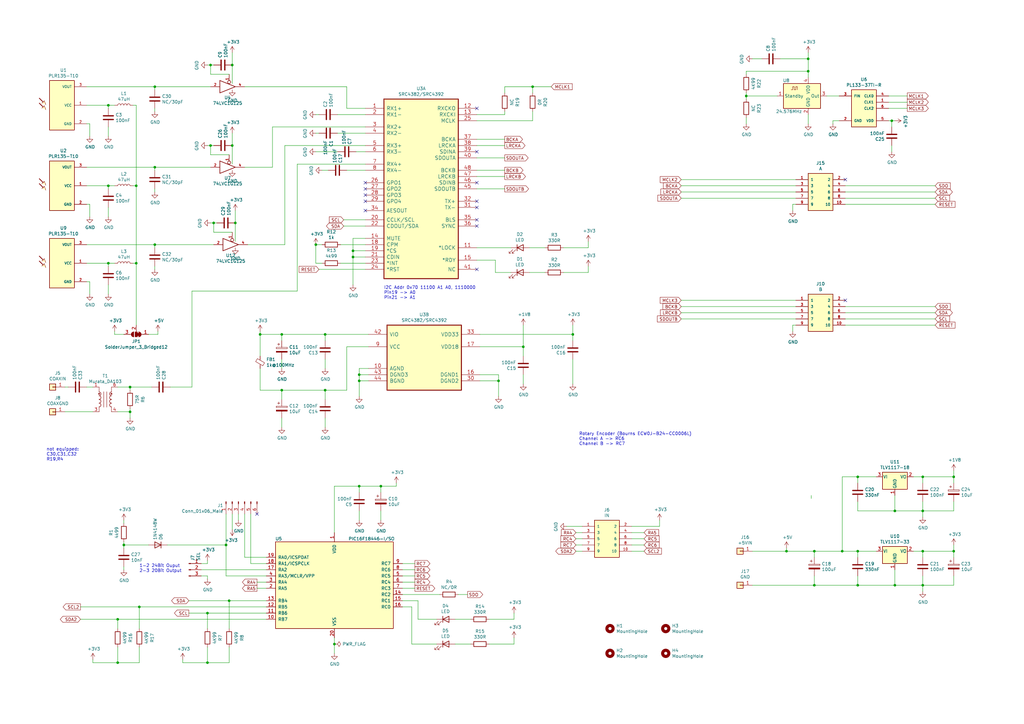
<source format=kicad_sch>
(kicad_sch (version 20211123) (generator eeschema)
  (paper "A3")
  (title_block (title "Async sample rate converter") (date "2021-06-26") (rev "V6"))
  (junction (at 144.78 105.41))
  (junction (at 147.32 156.21))
  (junction (at 48.26 254))
  (junction (at 53.34 168.91))
  (junction (at 92.71 223.52))
  (junction (at 345.44 226.06))
  (junction (at 391.16 226.06))
  (junction (at 306.07 39.37))
  (junction (at 214.63 142.24))
  (junction (at 156.21 199.39))
  (junction (at 367.03 240.03))
  (junction (at 137.16 264.16))
  (junction (at 55.88 76.2))
  (junction (at 44.45 43.18))
  (junction (at 378.46 240.03))
  (junction (at 53.34 158.75))
  (junction (at 63.5 68.58))
  (junction (at 95.25 59.69))
  (junction (at 57.15 248.92))
  (junction (at 218.44 35.56))
  (junction (at 378.46 209.55))
  (junction (at 63.5 35.56))
  (junction (at 144.78 102.87))
  (junction (at 85.09 271.78))
  (junction (at 351.79 226.06))
  (junction (at 378.46 195.58))
  (junction (at 365.76 49.53))
  (junction (at 391.16 195.58))
  (junction (at 55.88 107.95))
  (junction (at 147.32 199.39))
  (junction (at 322.58 226.06))
  (junction (at 351.79 195.58))
  (junction (at 93.98 246.38))
  (junction (at 87.63 91.44))
  (junction (at 133.35 137.16))
  (junction (at 351.79 240.03))
  (junction (at 204.47 156.21))
  (junction (at 85.09 251.46))
  (junction (at 44.45 76.2))
  (junction (at 331.47 29.21))
  (junction (at 115.57 137.16))
  (junction (at 147.32 153.67))
  (junction (at 86.36 26.67))
  (junction (at 96.52 91.44))
  (junction (at 63.5 100.33))
  (junction (at 115.57 160.02))
  (junction (at 86.36 59.69))
  (junction (at 367.03 209.55))
  (junction (at 106.68 137.16))
  (junction (at 133.35 160.02))
  (junction (at 334.01 240.03))
  (junction (at 331.47 24.13))
  (junction (at 234.95 137.16))
  (junction (at 129.54 100.33))
  (junction (at 48.26 271.78))
  (junction (at 334.01 226.06))
  (junction (at 44.45 107.95))
  (junction (at 378.46 226.06))
  (junction (at 95.25 26.67))
  (junction (at 50.8 223.52))
  (no_connect (at 346.71 123.19))
  (no_connect (at 105.41 210.82))
  (no_connect (at 149.86 82.55))
  (no_connect (at 149.86 86.36))
  (no_connect (at 195.58 110.49))
  (no_connect (at 195.58 62.23))
  (no_connect (at 149.86 80.01))
  (no_connect (at 195.58 92.71))
  (no_connect (at 346.71 73.66))
  (no_connect (at 195.58 82.55))
  (no_connect (at 195.58 44.45))
  (no_connect (at 149.86 77.47))
  (no_connect (at 195.58 90.17))
  (no_connect (at 195.58 74.93))
  (no_connect (at 195.58 85.09))
  (no_connect (at 149.86 74.93))
  (wire (pts (xy 109.22 231.14) (xy 102.87 231.14)))
  (wire (pts (xy 130.81 54.61) (xy 129.54 54.61)))
  (wire (pts (xy 346.71 76.2) (xy 383.54 76.2)))
  (wire (pts (xy 367.03 209.55) (xy 351.79 209.55)))
  (wire (pts (xy 346.71 130.81) (xy 383.54 130.81)))
  (wire (pts (xy 46.99 43.18) (xy 44.45 43.18)))
  (wire (pts (xy 165.1 246.38) (xy 171.45 246.38)))
  (wire (pts (xy 50.8 224.79) (xy 50.8 223.52)))
  (wire (pts (xy 35.56 68.58) (xy 63.5 68.58)))
  (wire (pts (xy 147.32 156.21) (xy 147.32 153.67)))
  (wire (pts (xy 232.41 215.9) (xy 238.76 215.9)))
  (wire (pts (xy 195.58 101.6) (xy 209.55 101.6)))
  (wire (pts (xy 279.4 76.2) (xy 326.39 76.2)))
  (wire (pts (xy 63.5 36.83) (xy 63.5 35.56)))
  (wire (pts (xy 351.79 228.6) (xy 351.79 226.06)))
  (wire (pts (xy 279.4 125.73) (xy 326.39 125.73)))
  (wire (pts (xy 44.45 77.47) (xy 44.45 76.2)))
  (wire (pts (xy 270.51 215.9) (xy 270.51 213.36)))
  (wire (pts (xy 364.49 44.45) (xy 372.11 44.45)))
  (wire (pts (xy 236.22 218.44) (xy 238.76 218.44)))
  (wire (pts (xy 139.7 107.95) (xy 149.86 107.95)))
  (wire (pts (xy 351.79 195.58) (xy 359.41 195.58)))
  (wire (pts (xy 149.86 54.61) (xy 138.43 54.61)))
  (wire (pts (xy 93.98 30.48) (xy 86.36 30.48)))
  (wire (pts (xy 74.93 271.78) (xy 85.09 271.78)))
  (wire (pts (xy 133.35 151.13) (xy 133.35 147.32)))
  (wire (pts (xy 378.46 195.58) (xy 374.65 195.58)))
  (wire (pts (xy 86.36 30.48) (xy 86.36 26.67)))
  (wire (pts (xy 259.08 223.52) (xy 264.16 223.52)))
  (wire (pts (xy 87.63 100.33) (xy 63.5 100.33)))
  (wire (pts (xy 378.46 228.6) (xy 378.46 226.06)))
  (wire (pts (xy 264.16 218.44) (xy 259.08 218.44)))
  (wire (pts (xy 111.76 68.58) (xy 111.76 52.07)))
  (wire (pts (xy 142.24 69.85) (xy 149.86 69.85)))
  (wire (pts (xy 33.02 248.92) (xy 57.15 248.92)))
  (wire (pts (xy 170.18 236.22) (xy 165.1 236.22)))
  (wire (pts (xy 351.79 198.12) (xy 351.79 195.58)))
  (wire (pts (xy 53.34 171.45) (xy 53.34 168.91)))
  (wire (pts (xy 234.95 133.35) (xy 234.95 137.16)))
  (wire (pts (xy 218.44 35.56) (xy 207.01 35.56)))
  (wire (pts (xy 133.35 137.16) (xy 115.57 137.16)))
  (wire (pts (xy 149.86 46.99) (xy 138.43 46.99)))
  (wire (pts (xy 142.24 35.56) (xy 142.24 44.45)))
  (wire (pts (xy 378.46 212.09) (xy 378.46 209.55)))
  (wire (pts (xy 134.62 69.85) (xy 132.08 69.85)))
  (wire (pts (xy 64.77 137.16) (xy 64.77 135.89)))
  (wire (pts (xy 204.47 153.67) (xy 204.47 156.21)))
  (wire (pts (xy 48.26 265.43) (xy 48.26 271.78)))
  (wire (pts (xy 168.91 264.16) (xy 168.91 248.92)))
  (wire (pts (xy 133.35 139.7) (xy 133.35 137.16)))
  (wire (pts (xy 95.25 59.69) (xy 95.25 67.31)))
  (wire (pts (xy 391.16 209.55) (xy 391.16 205.74)))
  (wire (pts (xy 86.36 59.69) (xy 86.36 63.5)))
  (wire (pts (xy 85.09 236.22) (xy 82.55 236.22)))
  (wire (pts (xy 156.21 199.39) (xy 156.21 201.93)))
  (wire (pts (xy 63.5 35.56) (xy 86.36 35.56)))
  (wire (pts (xy 48.26 254) (xy 109.22 254)))
  (wire (pts (xy 264.16 226.06) (xy 259.08 226.06)))
  (wire (pts (xy 35.56 76.2) (xy 44.45 76.2)))
  (wire (pts (xy 44.45 120.65) (xy 44.45 116.84)))
  (wire (pts (xy 308.61 226.06) (xy 322.58 226.06)))
  (wire (pts (xy 121.92 67.31) (xy 149.86 67.31)))
  (wire (pts (xy 63.5 100.33) (xy 35.56 100.33)))
  (wire (pts (xy 93.98 63.5) (xy 86.36 63.5)))
  (wire (pts (xy 318.77 39.37) (xy 306.07 39.37)))
  (wire (pts (xy 115.57 137.16) (xy 106.68 137.16)))
  (wire (pts (xy 332.74 204.47) (xy 332.74 203.2)))
  (wire (pts (xy 132.08 100.33) (xy 129.54 100.33)))
  (wire (pts (xy 325.12 83.82) (xy 325.12 86.36)))
  (wire (pts (xy 351.79 209.55) (xy 351.79 205.74)))
  (wire (pts (xy 218.44 49.53) (xy 218.44 45.72)))
  (wire (pts (xy 334.01 226.06) (xy 345.44 226.06)))
  (wire (pts (xy 147.32 162.56) (xy 147.32 156.21)))
  (wire (pts (xy 85.09 271.78) (xy 93.98 271.78)))
  (wire (pts (xy 132.08 107.95) (xy 129.54 107.95)))
  (wire (pts (xy 48.26 257.81) (xy 48.26 254)))
  (wire (pts (xy 92.71 223.52) (xy 92.71 236.22)))
  (wire (pts (xy 133.35 160.02) (xy 133.35 163.83)))
  (wire (pts (xy 331.47 50.8) (xy 331.47 46.99)))
  (wire (pts (xy 364.49 41.91) (xy 372.11 41.91)))
  (wire (pts (xy 334.01 226.06) (xy 334.01 228.6)))
  (wire (pts (xy 331.47 24.13) (xy 331.47 29.21)))
  (wire (pts (xy 106.68 137.16) (xy 106.68 135.89)))
  (wire (pts (xy 35.56 158.75) (xy 38.1 158.75)))
  (wire (pts (xy 346.71 78.74) (xy 383.54 78.74)))
  (wire (pts (xy 207.01 77.47) (xy 195.58 77.47)))
  (wire (pts (xy 346.71 81.28) (xy 383.54 81.28)))
  (wire (pts (xy 129.54 107.95) (xy 129.54 100.33)))
  (wire (pts (xy 378.46 236.22) (xy 378.46 240.03)))
  (wire (pts (xy 378.46 209.55) (xy 391.16 209.55)))
  (wire (pts (xy 63.5 78.74) (xy 63.5 77.47)))
  (wire (pts (xy 187.96 243.84) (xy 191.77 243.84)))
  (wire (pts (xy 50.8 233.68) (xy 50.8 232.41)))
  (wire (pts (xy 100.33 228.6) (xy 100.33 210.82)))
  (wire (pts (xy 115.57 175.26) (xy 115.57 171.45)))
  (wire (pts (xy 63.5 45.72) (xy 63.5 44.45)))
  (wire (pts (xy 207.01 35.56) (xy 207.01 38.1)))
  (wire (pts (xy 351.79 195.58) (xy 345.44 195.58)))
  (wire (pts (xy 214.63 133.35) (xy 214.63 142.24)))
  (wire (pts (xy 130.81 110.49) (xy 149.86 110.49)))
  (wire (pts (xy 139.7 100.33) (xy 149.86 100.33)))
  (wire (pts (xy 142.24 142.24) (xy 142.24 160.02)))
  (wire (pts (xy 151.13 156.21) (xy 147.32 156.21)))
  (wire (pts (xy 339.09 39.37) (xy 344.17 39.37)))
  (wire (pts (xy 133.35 175.26) (xy 133.35 171.45)))
  (wire (pts (xy 236.22 226.06) (xy 238.76 226.06)))
  (wire (pts (xy 27.94 158.75) (xy 26.67 158.75)))
  (wire (pts (xy 147.32 213.36) (xy 147.32 209.55)))
  (wire (pts (xy 214.63 146.05) (xy 214.63 142.24)))
  (wire (pts (xy 147.32 153.67) (xy 151.13 153.67)))
  (wire (pts (xy 50.8 214.63) (xy 50.8 213.36)))
  (wire (pts (xy 26.67 168.91) (xy 38.1 168.91)))
  (wire (pts (xy 200.66 264.16) (xy 210.82 264.16)))
  (wire (pts (xy 346.71 128.27) (xy 383.54 128.27)))
  (wire (pts (xy 279.4 78.74) (xy 326.39 78.74)))
  (wire (pts (xy 165.1 241.3) (xy 170.18 241.3)))
  (wire (pts (xy 129.54 62.23) (xy 138.43 62.23)))
  (wire (pts (xy 391.16 193.04) (xy 391.16 195.58)))
  (wire (pts (xy 231.14 111.76) (xy 241.3 111.76)))
  (wire (pts (xy 115.57 151.13) (xy 115.57 147.32)))
  (wire (pts (xy 85.09 59.69) (xy 86.36 59.69)))
  (wire (pts (xy 378.46 205.74) (xy 378.46 209.55)))
  (wire (pts (xy 92.71 210.82) (xy 92.71 223.52)))
  (wire (pts (xy 55.88 107.95) (xy 55.88 76.2)))
  (wire (pts (xy 36.83 83.82) (xy 35.56 83.82)))
  (wire (pts (xy 63.5 110.49) (xy 63.5 109.22)))
  (wire (pts (xy 365.76 52.07) (xy 365.76 49.53)))
  (wire (pts (xy 149.86 92.71) (xy 140.97 92.71)))
  (wire (pts (xy 116.84 59.69) (xy 149.86 59.69)))
  (wire (pts (xy 74.93 270.51) (xy 74.93 271.78)))
  (wire (pts (xy 203.2 106.68) (xy 195.58 106.68)))
  (wire (pts (xy 105.41 238.76) (xy 109.22 238.76)))
  (wire (pts (xy 279.4 130.81) (xy 326.39 130.81)))
  (wire (pts (xy 207.01 46.99) (xy 195.58 46.99)))
  (wire (pts (xy 170.18 231.14) (xy 165.1 231.14)))
  (wire (pts (xy 55.88 76.2) (xy 55.88 43.18)))
  (wire (pts (xy 391.16 240.03) (xy 391.16 236.22)))
  (wire (pts (xy 334.01 240.03) (xy 334.01 236.22)))
  (wire (pts (xy 63.5 69.85) (xy 63.5 68.58)))
  (wire (pts (xy 111.76 52.07) (xy 149.86 52.07)))
  (wire (pts (xy 142.24 44.45) (xy 149.86 44.45)))
  (wire (pts (xy 378.46 242.57) (xy 378.46 240.03)))
  (wire (pts (xy 95.25 95.25) (xy 87.63 95.25)))
  (wire (pts (xy 115.57 163.83) (xy 115.57 160.02)))
  (wire (pts (xy 351.79 226.06) (xy 359.41 226.06)))
  (wire (pts (xy 186.69 264.16) (xy 193.04 264.16)))
  (wire (pts (xy 95.25 217.17) (xy 95.25 210.82)))
  (wire (pts (xy 63.5 68.58) (xy 86.36 68.58)))
  (wire (pts (xy 86.36 91.44) (xy 87.63 91.44)))
  (wire (pts (xy 209.55 111.76) (xy 203.2 111.76)))
  (wire (pts (xy 306.07 38.1) (xy 306.07 39.37)))
  (wire (pts (xy 241.3 101.6) (xy 241.3 99.06)))
  (wire (pts (xy 44.45 44.45) (xy 44.45 43.18)))
  (wire (pts (xy 46.99 107.95) (xy 44.45 107.95)))
  (wire (pts (xy 144.78 105.41) (xy 144.78 102.87)))
  (wire (pts (xy 306.07 48.26) (xy 306.07 50.8)))
  (wire (pts (xy 85.09 257.81) (xy 85.09 251.46)))
  (wire (pts (xy 87.63 91.44) (xy 88.9 91.44)))
  (wire (pts (xy 151.13 137.16) (xy 133.35 137.16)))
  (wire (pts (xy 236.22 223.52) (xy 238.76 223.52)))
  (wire (pts (xy 378.46 226.06) (xy 374.65 226.06)))
  (wire (pts (xy 133.35 160.02) (xy 142.24 160.02)))
  (wire (pts (xy 162.56 199.39) (xy 156.21 199.39)))
  (wire (pts (xy 170.18 233.68) (xy 165.1 233.68)))
  (wire (pts (xy 378.46 240.03) (xy 391.16 240.03)))
  (wire (pts (xy 44.45 109.22) (xy 44.45 107.95)))
  (wire (pts (xy 200.66 254) (xy 210.82 254)))
  (wire (pts (xy 210.82 254) (xy 210.82 251.46)))
  (wire (pts (xy 204.47 156.21) (xy 196.85 156.21)))
  (wire (pts (xy 149.86 62.23) (xy 146.05 62.23)))
  (wire (pts (xy 115.57 160.02) (xy 106.68 160.02)))
  (wire (pts (xy 210.82 264.16) (xy 210.82 261.62)))
  (wire (pts (xy 93.98 246.38) (xy 109.22 246.38)))
  (wire (pts (xy 326.39 133.35) (xy 325.12 133.35)))
  (wire (pts (xy 186.69 254) (xy 193.04 254)))
  (wire (pts (xy 96.52 86.36) (xy 96.52 91.44)))
  (wire (pts (xy 50.8 137.16) (xy 46.99 137.16)))
  (wire (pts (xy 391.16 195.58) (xy 378.46 195.58)))
  (wire (pts (xy 86.36 26.67) (xy 87.63 26.67)))
  (wire (pts (xy 147.32 199.39) (xy 147.32 201.93)))
  (wire (pts (xy 95.25 54.61) (xy 95.25 59.69)))
  (wire (pts (xy 144.78 116.84) (xy 144.78 105.41)))
  (wire (pts (xy 279.4 128.27) (xy 326.39 128.27)))
  (wire (pts (xy 57.15 271.78) (xy 57.15 265.43)))
  (wire (pts (xy 195.58 59.69) (xy 207.01 59.69)))
  (wire (pts (xy 85.09 236.22) (xy 85.09 237.49)))
  (wire (pts (xy 214.63 142.24) (xy 196.85 142.24)))
  (wire (pts (xy 96.52 91.44) (xy 96.52 99.06)))
  (wire (pts (xy 36.83 115.57) (xy 35.56 115.57)))
  (wire (pts (xy 331.47 24.13) (xy 320.04 24.13)))
  (wire (pts (xy 364.49 39.37) (xy 372.11 39.37)))
  (wire (pts (xy 165.1 243.84) (xy 180.34 243.84)))
  (wire (pts (xy 100.33 68.58) (xy 111.76 68.58)))
  (wire (pts (xy 345.44 226.06) (xy 351.79 226.06)))
  (wire (pts (xy 93.98 271.78) (xy 93.98 265.43)))
  (wire (pts (xy 367.03 209.55) (xy 367.03 203.2)))
  (wire (pts (xy 109.22 233.68) (xy 82.55 233.68)))
  (wire (pts (xy 351.79 240.03) (xy 334.01 240.03)))
  (wire (pts (xy 367.03 49.53) (xy 365.76 49.53)))
  (wire (pts (xy 203.2 111.76) (xy 203.2 106.68)))
  (wire (pts (xy 69.85 158.75) (xy 78.74 158.75)))
  (wire (pts (xy 53.34 158.75) (xy 62.23 158.75)))
  (wire (pts (xy 36.83 88.9) (xy 36.83 83.82)))
  (wire (pts (xy 48.26 158.75) (xy 53.34 158.75)))
  (wire (pts (xy 306.07 29.21) (xy 331.47 29.21)))
  (wire (pts (xy 44.45 55.88) (xy 44.45 52.07)))
  (wire (pts (xy 109.22 248.92) (xy 57.15 248.92)))
  (wire (pts (xy 36.83 50.8) (xy 35.56 50.8)))
  (wire (pts (xy 35.56 35.56) (xy 63.5 35.56)))
  (wire (pts (xy 367.03 240.03) (xy 351.79 240.03)))
  (wire (pts (xy 170.18 238.76) (xy 165.1 238.76)))
  (wire (pts (xy 279.4 123.19) (xy 326.39 123.19)))
  (wire (pts (xy 331.47 24.13) (xy 331.47 21.59)))
  (wire (pts (xy 217.17 111.76) (xy 223.52 111.76)))
  (wire (pts (xy 218.44 38.1) (xy 218.44 35.56)))
  (wire (pts (xy 129.54 46.99) (xy 130.81 46.99)))
  (wire (pts (xy 346.71 125.73) (xy 383.54 125.73)))
  (wire (pts (xy 345.44 195.58) (xy 345.44 226.06)))
  (wire (pts (xy 100.33 35.56) (xy 142.24 35.56)))
  (wire (pts (xy 226.06 35.56) (xy 218.44 35.56)))
  (wire (pts (xy 35.56 107.95) (xy 44.45 107.95)))
  (wire (pts (xy 60.96 137.16) (xy 64.77 137.16)))
  (wire (pts (xy 306.07 30.48) (xy 306.07 29.21)))
  (wire (pts (xy 144.78 102.87) (xy 149.86 102.87)))
  (wire (pts (xy 77.47 246.38) (xy 93.98 246.38)))
  (wire (pts (xy 195.58 57.15) (xy 207.01 57.15)))
  (wire (pts (xy 137.16 199.39) (xy 137.16 218.44)))
  (wire (pts (xy 33.02 254) (xy 48.26 254)))
  (wire (pts (xy 92.71 236.22) (xy 109.22 236.22)))
  (wire (pts (xy 308.61 240.03) (xy 334.01 240.03)))
  (wire (pts (xy 151.13 151.13) (xy 147.32 151.13)))
  (wire (pts (xy 78.74 119.38) (xy 78.74 158.75)))
  (wire (pts (xy 55.88 133.35) (xy 55.88 107.95)))
  (wire (pts (xy 331.47 29.21) (xy 331.47 31.75)))
  (wire (pts (xy 48.26 271.78) (xy 57.15 271.78)))
  (wire (pts (xy 217.17 101.6) (xy 223.52 101.6)))
  (wire (pts (xy 149.86 97.79) (xy 144.78 97.79)))
  (wire (pts (xy 137.16 264.16) (xy 137.16 261.62)))
  (wire (pts (xy 351.79 240.03) (xy 351.79 236.22)))
  (wire (pts (xy 68.58 223.52) (xy 92.71 223.52)))
  (wire (pts (xy 241.3 111.76) (xy 241.3 109.22)))
  (wire (pts (xy 365.76 62.23) (xy 365.76 59.69)))
  (wire (pts (xy 238.76 220.98) (xy 236.22 220.98)))
  (wire (pts (xy 341.63 49.53) (xy 344.17 49.53)))
  (wire (pts (xy 48.26 168.91) (xy 53.34 168.91)))
  (wire (pts (xy 36.83 120.65) (xy 36.83 115.57)))
  (wire (pts (xy 60.96 223.52) (xy 50.8 223.52)))
  (wire (pts (xy 85.09 231.14) (xy 82.55 231.14)))
  (wire (pts (xy 63.5 101.6) (xy 63.5 100.33)))
  (wire (pts (xy 46.99 137.16) (xy 46.99 135.89)))
  (wire (pts (xy 109.22 228.6) (xy 100.33 228.6)))
  (wire (pts (xy 86.36 59.69) (xy 87.63 59.69)))
  (wire (pts (xy 57.15 257.81) (xy 57.15 248.92)))
  (wire (pts (xy 346.71 133.35) (xy 383.54 133.35)))
  (wire (pts (xy 50.8 223.52) (xy 50.8 222.25)))
  (wire (pts (xy 116.84 100.33) (xy 101.6 100.33)))
  (wire (pts (xy 162.56 198.12) (xy 162.56 199.39)))
  (wire (pts (xy 234.95 137.16) (xy 234.95 139.7)))
  (wire (pts (xy 95.25 21.59) (xy 95.25 26.67)))
  (wire (pts (xy 142.24 142.24) (xy 151.13 142.24)))
  (wire (pts (xy 322.58 224.79) (xy 322.58 226.06)))
  (wire (pts (xy 341.63 50.8) (xy 341.63 49.53)))
  (wire (pts (xy 196.85 153.67) (xy 204.47 153.67)))
  (wire (pts (xy 85.09 26.67) (xy 86.36 26.67)))
  (wire (pts (xy 55.88 76.2) (xy 54.61 76.2)))
  (wire (pts (xy 207.01 45.72) (xy 207.01 46.99)))
  (wire (pts (xy 391.16 198.12) (xy 391.16 195.58)))
  (wire (pts (xy 97.79 213.36) (xy 97.79 210.82)))
  (wire (pts (xy 308.61 24.13) (xy 312.42 24.13)))
  (wire (pts (xy 322.58 226.06) (xy 334.01 226.06)))
  (wire (pts (xy 55.88 107.95) (xy 54.61 107.95)))
  (wire (pts (xy 137.16 267.97) (xy 137.16 264.16)))
  (wire (pts (xy 378.46 209.55) (xy 367.03 209.55)))
  (wire (pts (xy 171.45 254) (xy 179.07 254)))
  (wire (pts (xy 121.92 119.38) (xy 78.74 119.38)))
  (wire (pts (xy 106.68 151.13) (xy 106.68 160.02)))
  (wire (pts (xy 115.57 160.02) (xy 133.35 160.02)))
  (wire (pts (xy 121.92 67.31) (xy 121.92 119.38)))
  (wire (pts (xy 279.4 81.28) (xy 326.39 81.28)))
  (wire (pts (xy 168.91 248.92) (xy 165.1 248.92)))
  (wire (pts (xy 391.16 226.06) (xy 378.46 226.06)))
  (wire (pts (xy 147.32 199.39) (xy 137.16 199.39)))
  (wire (pts (xy 367.03 240.03) (xy 367.03 233.68)))
  (wire (pts (xy 195.58 49.53) (xy 218.44 49.53)))
  (wire (pts (xy 264.16 220.98) (xy 259.08 220.98)))
  (wire (pts (xy 87.63 95.25) (xy 87.63 91.44)))
  (wire (pts (xy 391.16 223.52) (xy 391.16 226.06)))
  (wire (pts (xy 365.76 49.53) (xy 364.49 49.53)))
  (wire (pts (xy 149.86 105.41) (xy 144.78 105.41)))
  (wire (pts (xy 53.34 168.91) (xy 53.34 167.64)))
  (wire (pts (xy 214.63 157.48) (xy 214.63 153.67)))
  (wire (pts (xy 54.61 43.18) (xy 55.88 43.18)))
  (wire (pts (xy 234.95 157.48) (xy 234.95 147.32)))
  (wire (pts (xy 207.01 64.77) (xy 195.58 64.77)))
  (wire (pts (xy 36.83 55.88) (xy 36.83 50.8)))
  (wire (pts (xy 391.16 228.6) (xy 391.16 226.06)))
  (wire (pts (xy 195.58 72.39) (xy 207.01 72.39)))
  (wire (pts (xy 325.12 133.35) (xy 325.12 135.89)))
  (wire (pts (xy 77.47 251.46) (xy 85.09 251.46)))
  (wire (pts (xy 53.34 160.02) (xy 53.34 158.75)))
  (wire (pts (xy 85.09 265.43) (xy 85.09 271.78)))
  (wire (pts (xy 102.87 231.14) (xy 102.87 210.82)))
  (wire (pts (xy 147.32 151.13) (xy 147.32 153.67)))
  (wire (pts (xy 105.41 241.3) (xy 109.22 241.3)))
  (wire (pts (xy 116.84 59.69) (xy 116.84 100.33)))
  (wire (pts (xy 95.25 26.67) (xy 95.25 34.29)))
  (wire (pts (xy 259.08 215.9) (xy 270.51 215.9)))
  (wire (pts (xy 85.09 229.87) (xy 85.09 231.14)))
  (wire (pts (xy 346.71 83.82) (xy 383.54 83.82)))
  (wire (pts (xy 378.46 198.12) (xy 378.46 195.58)))
  (wire (pts (xy 195.58 69.85) (xy 207.01 69.85)))
  (wire (pts (xy 38.1 270.51) (xy 38.1 271.78)))
  (wire (pts (xy 171.45 246.38) (xy 171.45 254)))
  (wire (pts (xy 378.46 240.03) (xy 367.03 240.03)))
  (wire (pts (xy 38.1 271.78) (xy 48.26 271.78)))
  (wire (pts (xy 156.21 213.36) (xy 156.21 209.55)))
  (wire (pts (xy 326.39 83.82) (xy 325.12 83.82)))
  (wire (pts (xy 179.07 264.16) (xy 168.91 264.16)))
  (wire (pts (xy 115.57 137.16) (xy 115.57 139.7)))
  (wire (pts (xy 231.14 101.6) (xy 241.3 101.6)))
  (wire (pts (xy 35.56 43.18) (xy 44.45 43.18)))
  (wire (pts (xy 156.21 199.39) (xy 147.32 199.39)))
  (wire (pts (xy 46.99 76.2) (xy 44.45 76.2)))
  (wire (pts (xy 106.68 146.05) (xy 106.68 137.16)))
  (wire (pts (xy 144.78 97.79) (xy 144.78 102.87)))
  (wire (pts (xy 44.45 88.9) (xy 44.45 85.09)))
  (wire (pts (xy 279.4 73.66) (xy 326.39 73.66)))
  (wire (pts (xy 306.07 39.37) (xy 306.07 40.64)))
  (wire (pts (xy 204.47 162.56) (xy 204.47 156.21)))
  (wire (pts (xy 140.97 90.17) (xy 149.86 90.17)))
  (wire (pts (xy 93.98 257.81) (xy 93.98 246.38)))
  (wire (pts (xy 85.09 251.46) (xy 109.22 251.46)))
  (wire (pts (xy 196.85 137.16) (xy 234.95 137.16)))
  (text "I2C Addr 0x70 11100 A1 A0, 1110000\nPin19 -> A0\nPin21 -> A1\n\n\n" (at 157.48 127 0) (effects (font (size 1.27 1.27)) (justify left bottom)))
  (text "1-2 24Bit Ouput\n2-3 20Bit Output" (at 57.15 234.95 0) (effects (font (size 1.27 1.27)) (justify left bottom)))
  (text "Rotary Encoder (Bourns ECW0J-B24-CC0006L)\nChannel A -> RC6\nChannel B -> RC7" (at 237.49 182.88 0) (effects (font (size 1.27 1.27)) (justify left bottom)))
  (text "not equipped:\nC30,C31,C32\nR19,R4" (at 19.05 189.23 0) (effects (font (size 1.27 1.27)) (justify left bottom)))
  (global_label "LRCKB" (shape output) (at 207.01 72.39 0) (property "Intersheet References" "${INTERSHEET_REFS}" (effects hide)))
  (global_label "RA5" (shape input) (at 264.16 218.44 0) (property "Intersheet References" "${INTERSHEET_REFS}" (effects hide)))
  (global_label "SCL" (shape input) (at 140.97 90.17 180) (property "Intersheet References" "${INTERSHEET_REFS}" (effects hide)))
  (global_label "SCL" (shape input) (at 383.54 81.28 0) (property "Intersheet References" "${INTERSHEET_REFS}" (effects hide)))
  (global_label "MCLK1" (shape input) (at 226.06 35.56 0) (property "Intersheet References" "${INTERSHEET_REFS}" (effects hide)))
  (global_label "SDA2" (shape bidirectional) (at 33.02 254 180) (property "Intersheet References" "${INTERSHEET_REFS}" (effects hide)))
  (global_label "RC6" (shape output) (at 170.18 233.68 0) (property "Intersheet References" "${INTERSHEET_REFS}" (effects hide)))
  (global_label "LRCKA" (shape output) (at 207.01 59.69 0) (property "Intersheet References" "${INTERSHEET_REFS}" (effects hide)))
  (global_label "SDA" (shape bidirectional) (at 383.54 78.74 0) (property "Intersheet References" "${INTERSHEET_REFS}" (effects hide)))
  (global_label "RESET" (shape input) (at 383.54 83.82 0) (property "Intersheet References" "${INTERSHEET_REFS}" (effects hide)))
  (global_label "SDA" (shape bidirectional) (at 140.97 92.71 180) (property "Intersheet References" "${INTERSHEET_REFS}" (effects hide)))
  (global_label "MCLK3" (shape output) (at 372.11 44.45 0) (property "Intersheet References" "${INTERSHEET_REFS}" (effects hide)))
  (global_label "RC6" (shape input) (at 264.16 223.52 0) (property "Intersheet References" "${INTERSHEET_REFS}" (effects hide)))
  (global_label "RESET" (shape output) (at 170.18 241.3 0) (property "Intersheet References" "${INTERSHEET_REFS}" (effects hide)))
  (global_label "SDO" (shape input) (at 383.54 125.73 0) (property "Intersheet References" "${INTERSHEET_REFS}" (effects hide)))
  (global_label "SCL2" (shape input) (at 264.16 226.06 0) (property "Intersheet References" "${INTERSHEET_REFS}" (effects hide)))
  (global_label "RC7" (shape output) (at 170.18 231.14 0) (property "Intersheet References" "${INTERSHEET_REFS}" (effects hide)))
  (global_label "MCLK1" (shape output) (at 372.11 39.37 0) (property "Intersheet References" "${INTERSHEET_REFS}" (effects hide)))
  (global_label "SDOUTA" (shape output) (at 207.01 64.77 0) (property "Intersheet References" "${INTERSHEET_REFS}" (effects hide)))
  (global_label "SCL2" (shape output) (at 33.02 248.92 180) (property "Intersheet References" "${INTERSHEET_REFS}" (effects hide)))
  (global_label "MCLK2" (shape input) (at 279.4 73.66 180) (property "Intersheet References" "${INTERSHEET_REFS}" (effects hide)))
  (global_label "SDA" (shape bidirectional) (at 383.54 128.27 0) (property "Intersheet References" "${INTERSHEET_REFS}" (effects hide)))
  (global_label "RESET" (shape input) (at 130.81 110.49 180) (property "Intersheet References" "${INTERSHEET_REFS}" (effects hide)))
  (global_label "SDA" (shape bidirectional) (at 77.47 246.38 180) (property "Intersheet References" "${INTERSHEET_REFS}" (effects hide)))
  (global_label "RA4" (shape output) (at 105.41 238.76 180) (property "Intersheet References" "${INTERSHEET_REFS}" (effects hide)))
  (global_label "RESET" (shape input) (at 383.54 133.35 0) (property "Intersheet References" "${INTERSHEET_REFS}" (effects hide)))
  (global_label "SDOUTA" (shape input) (at 279.4 81.28 180) (property "Intersheet References" "${INTERSHEET_REFS}" (effects hide)))
  (global_label "LRCKA" (shape input) (at 279.4 78.74 180) (property "Intersheet References" "${INTERSHEET_REFS}" (effects hide)))
  (global_label "MCLK2" (shape output) (at 372.11 41.91 0) (property "Intersheet References" "${INTERSHEET_REFS}" (effects hide)))
  (global_label "SDA2" (shape bidirectional) (at 236.22 226.06 180) (property "Intersheet References" "${INTERSHEET_REFS}" (effects hide)))
  (global_label "SDOUTB" (shape output) (at 207.01 77.47 0) (property "Intersheet References" "${INTERSHEET_REFS}" (effects hide)))
  (global_label "SCL" (shape output) (at 77.47 251.46 180) (property "Intersheet References" "${INTERSHEET_REFS}" (effects hide)))
  (global_label "RC5" (shape output) (at 170.18 236.22 0) (property "Intersheet References" "${INTERSHEET_REFS}" (effects hide)))
  (global_label "LRCKB" (shape input) (at 279.4 128.27 180) (property "Intersheet References" "${INTERSHEET_REFS}" (effects hide)))
  (global_label "BCKA" (shape output) (at 207.01 57.15 0) (property "Intersheet References" "${INTERSHEET_REFS}" (effects hide)))
  (global_label "SDO" (shape input) (at 383.54 76.2 0) (property "Intersheet References" "${INTERSHEET_REFS}" (effects hide)))
  (global_label "RA5" (shape output) (at 105.41 241.3 180) (property "Intersheet References" "${INTERSHEET_REFS}" (effects hide)))
  (global_label "RC5" (shape input) (at 264.16 220.98 0) (property "Intersheet References" "${INTERSHEET_REFS}" (effects hide)))
  (global_label "BCKB" (shape input) (at 279.4 125.73 180) (property "Intersheet References" "${INTERSHEET_REFS}" (effects hide)))
  (global_label "BCKB" (shape output) (at 207.01 69.85 0) (property "Intersheet References" "${INTERSHEET_REFS}" (effects hide)))
  (global_label "RC4" (shape output) (at 170.18 238.76 0) (property "Intersheet References" "${INTERSHEET_REFS}" (effects hide)))
  (global_label "RC7" (shape input) (at 236.22 223.52 180) (property "Intersheet References" "${INTERSHEET_REFS}" (effects hide)))
  (global_label "SDO" (shape output) (at 191.77 243.84 0) (property "Intersheet References" "${INTERSHEET_REFS}" (effects hide)))
  (global_label "SCL" (shape input) (at 383.54 130.81 0) (property "Intersheet References" "${INTERSHEET_REFS}" (effects hide)))
  (global_label "MCLK3" (shape input) (at 279.4 123.19 180) (property "Intersheet References" "${INTERSHEET_REFS}" (effects hide)))
  (global_label "BCKA" (shape input) (at 279.4 76.2 180) (property "Intersheet References" "${INTERSHEET_REFS}" (effects hide)))
  (global_label "RC4" (shape input) (at 236.22 220.98 180) (property "Intersheet References" "${INTERSHEET_REFS}" (effects hide)))
  (global_label "SDOUTB" (shape input) (at 279.4 130.81 180) (property "Intersheet References" "${INTERSHEET_REFS}" (effects hide)))
  (global_label "RA4" (shape input) (at 236.22 218.44 180) (property "Intersheet References" "${INTERSHEET_REFS}" (effects hide)))
  (symbol (lib_id "Device:C") (at 147.32 205.74 180) (unit 1)
    (property "Reference" "C5" (at 144.399 206.9084 0) (effects (justify left)))
    (property "Value" "100nF" (at 144.399 204.597 0) (effects (justify left)))
    (property "Footprint" "Capacitor_SMD:C_0603_1608Metric_Pad1.08x0.95mm_HandSolder" (effects hide))
    (property "manf#" "CL10B104KB8NNNL" (effects hide))
  )
  (symbol (lib_id "power:GND") (at 137.16 267.97 0) (unit 1)
    (property "Reference" "#PWR0115" (effects hide))
    (property "Value" "GND" (at 137.287 272.3642 0))
  )
  (symbol (lib_id "power:PWR_FLAG") (at 137.16 264.16 270) (unit 1)
    (property "Reference" "#FLG0101" (effects hide))
    (property "Value" "PWR_FLAG" (at 140.4112 264.16 90) (effects (justify left)))
  )
  (symbol (lib_id "MCU_Microchip_PIC16:PIC16F1829-IP") (at 137.16 241.3 0) (unit 1)
    (property "Reference" "U5" (at 114.3 220.98 0))
    (property "Value" "PIC16F18446-I/SO" (at 152.4 220.98 0))
    (property "Footprint" "Package_SO:SOIC-20W_7.5x12.8mm_P1.27mm" (effects hide))
    (property "Datasheet" "http://ww1.microchip.com/downloads/en/DeviceDoc/41440C.pdf" (effects hide))
    (property "manf#" "PIC16F18446-I/SO" (effects hide))
  )
  (symbol (lib_id "kicad-snk:SRC4392") (at 149.86 44.45 0) (unit 1)
    (property "Reference" "U3" (at 172.72 36.322 0))
    (property "Value" "SRC4382/SRC4392" (at 172.72 38.6334 0))
    (property "Footprint" "Package_QFP:TQFP-48_7x7mm_P0.5mm" (effects hide))
    (property "manf#" "SRC4392IPFBR" (effects hide))
  )
  (symbol (lib_id "kicad-snk:SRC4392") (at 151.13 137.16 0) (unit 2)
    (property "Reference" "U3" (at 173.99 129.032 0))
    (property "Value" "SRC4382/SRC4392" (at 173.99 131.3434 0))
    (property "Footprint" "Package_QFP:TQFP-48_7x7mm_P0.5mm" (effects hide))
    (property "manf#" "SRC4392IPFBR" (effects hide))
  )
  (symbol (lib_id "kicad-snk:PLR135-T10") (at 25.4 43.18 0) (mirror y) (unit 1)
    (property "Reference" "U1" (at 26.0096 28.7782 0))
    (property "Value" "PLR135-T10" (at 26.0096 31.0896 0))
    (property "Footprint" "PLR135-T10_PLT133-T10W" (effects hide))
    (property "manf#" "PLR135/T10" (effects hide))
  )
  (symbol (lib_id "Device:C") (at 134.62 46.99 270) (unit 1)
    (property "Reference" "C2" (at 133.4516 44.069 0) (effects (justify right)))
    (property "Value" "100nF" (at 135.763 44.069 0) (effects (justify right)))
    (property "Footprint" "Capacitor_SMD:C_0603_1608Metric_Pad1.08x0.95mm_HandSolder" (effects hide))
    (property "manf#" "CL10B104KB8NNNL" (effects hide))
  )
  (symbol (lib_id "Device:C") (at 134.62 54.61 90) (unit 1)
    (property "Reference" "C1" (at 135.7884 57.531 0) (effects (justify right)))
    (property "Value" "100nF" (at 133.477 57.531 0) (effects (justify right)))
    (property "Footprint" "Capacitor_SMD:C_0603_1608Metric_Pad1.08x0.95mm_HandSolder" (effects hide))
    (property "manf#" "CL10B104KB8NNNL" (effects hide))
  )
  (symbol (lib_id "Device:LED") (at 213.36 101.6 0) (unit 1)
    (property "Reference" "D2" (at 213.1822 96.0882 0))
    (property "Value" "LED" (at 213.1822 98.3996 0))
    (property "Footprint" "LED_SMD:LED_0805_2012Metric_Pad1.15x1.40mm_HandSolder" (effects hide))
    (property "manf#" "LG R971-KN-1" (effects hide))
  )
  (symbol (lib_id "Device:LED") (at 213.36 111.76 0) (unit 1)
    (property "Reference" "D1" (at 213.1822 106.2482 0))
    (property "Value" "LED" (at 213.1822 108.5596 0))
    (property "Footprint" "LED_SMD:LED_0805_2012Metric_Pad1.15x1.40mm_HandSolder" (effects hide))
    (property "manf#" "LG R971-KN-1" (effects hide))
  )
  (symbol (lib_id "Mechanical:MountingHole") (at 250.19 257.81 0) (unit 1)
    (property "Reference" "H1" (at 252.73 256.6416 0) (effects (justify left)))
    (property "Value" "MountingHole" (at 252.73 258.953 0) (effects (justify left)))
    (property "Footprint" "MountingHole:MountingHole_3.2mm_M3" (effects hide))
  )
  (symbol (lib_id "Mechanical:MountingHole") (at 273.05 257.81 0) (unit 1)
    (property "Reference" "H3" (at 275.59 256.6416 0) (effects (justify left)))
    (property "Value" "MountingHole" (at 275.59 258.953 0) (effects (justify left)))
    (property "Footprint" "MountingHole:MountingHole_3.2mm_M3" (effects hide))
  )
  (symbol (lib_id "Mechanical:MountingHole") (at 250.19 267.97 0) (unit 1)
    (property "Reference" "H2" (at 252.73 266.8016 0) (effects (justify left)))
    (property "Value" "MountingHole" (at 252.73 269.113 0) (effects (justify left)))
    (property "Footprint" "MountingHole:MountingHole_3.2mm_M3" (effects hide))
  )
  (symbol (lib_id "Mechanical:MountingHole") (at 273.05 267.97 0) (unit 1)
    (property "Reference" "H4" (at 275.59 266.8016 0) (effects (justify left)))
    (property "Value" "MountingHole" (at 275.59 269.113 0) (effects (justify left)))
    (property "Footprint" "MountingHole:MountingHole_3.2mm_M3" (effects hide))
  )
  (symbol (lib_id "Device:R") (at 227.33 101.6 270) (unit 1)
    (property "Reference" "R3" (at 227.33 96.3422 90))
    (property "Value" "330R" (at 227.33 98.6536 90))
    (property "Footprint" "Resistor_SMD:R_0603_1608Metric_Pad0.98x0.95mm_HandSolder" (effects hide))
    (property "manf#" "RT0603FRD07330RL" (effects hide))
  )
  (symbol (lib_id "Device:R") (at 227.33 111.76 270) (unit 1)
    (property "Reference" "R2" (at 227.33 106.5022 90))
    (property "Value" "330R" (at 227.33 108.8136 90))
    (property "Footprint" "Resistor_SMD:R_0603_1608Metric_Pad0.98x0.95mm_HandSolder" (effects hide))
    (property "manf#" "RT0603FRD07330RL" (effects hide))
  )
  (symbol (lib_id "power:+3.3V") (at 241.3 99.06 0) (unit 1)
    (property "Reference" "#PWR0101" (effects hide))
    (property "Value" "+3.3V" (at 241.681 94.6658 0))
  )
  (symbol (lib_id "power:+3.3V") (at 241.3 109.22 0) (unit 1)
    (property "Reference" "#PWR0102" (effects hide))
    (property "Value" "+3.3V" (at 241.681 104.8258 0))
  )
  (symbol (lib_id "Device:C") (at 44.45 48.26 180) (unit 1)
    (property "Reference" "C3" (at 47.371 47.0916 0) (effects (justify right)))
    (property "Value" "100nF" (at 47.371 49.403 0) (effects (justify right)))
    (property "Footprint" "Capacitor_SMD:C_0603_1608Metric_Pad1.08x0.95mm_HandSolder" (effects hide))
    (property "manf#" "CL10B104KB8NNNL" (effects hide))
  )
  (symbol (lib_id "power:GND") (at 36.83 55.88 0) (unit 1)
    (property "Reference" "#PWR0104" (effects hide))
    (property "Value" "GND" (at 36.957 60.2742 0))
  )
  (symbol (lib_id "power:GND") (at 44.45 55.88 0) (unit 1)
    (property "Reference" "#PWR0105" (effects hide))
    (property "Value" "GND" (at 44.577 60.2742 0))
  )
  (symbol (lib_id "kicad-snk:PLR135-T10") (at 25.4 76.2 0) (mirror y) (unit 1)
    (property "Reference" "U2" (at 26.0096 61.7982 0))
    (property "Value" "PLR135-T10" (at 26.0096 64.1096 0))
    (property "Footprint" "PLR135-T10_PLT133-T10W" (effects hide))
    (property "manf#" "PLR135/T10" (effects hide))
  )
  (symbol (lib_id "Device:C") (at 44.45 81.28 180) (unit 1)
    (property "Reference" "C4" (at 47.371 80.1116 0) (effects (justify right)))
    (property "Value" "100nF" (at 47.371 82.423 0) (effects (justify right)))
    (property "Footprint" "Capacitor_SMD:C_0603_1608Metric_Pad1.08x0.95mm_HandSolder" (effects hide))
    (property "manf#" "CL10B104KB8NNNL" (effects hide))
  )
  (symbol (lib_id "power:GND") (at 36.83 88.9 0) (unit 1)
    (property "Reference" "#PWR0107" (effects hide))
    (property "Value" "GND" (at 36.957 93.2942 0))
  )
  (symbol (lib_id "power:GND") (at 44.45 88.9 0) (unit 1)
    (property "Reference" "#PWR0108" (effects hide))
    (property "Value" "GND" (at 44.577 93.2942 0))
  )
  (symbol (lib_id "power:GND") (at 129.54 46.99 270) (unit 1)
    (property "Reference" "#PWR0109" (effects hide))
    (property "Value" "GND" (at 125.1458 47.117 0))
  )
  (symbol (lib_id "power:GND") (at 129.54 54.61 270) (unit 1)
    (property "Reference" "#PWR0110" (effects hide))
    (property "Value" "GND" (at 125.1458 54.737 0))
  )
  (symbol (lib_id "Device:R") (at 85.09 261.62 180) (unit 1)
    (property "Reference" "R7" (at 90.3478 261.62 90))
    (property "Value" "4K99" (at 88.0364 261.62 90))
    (property "Footprint" "Resistor_SMD:R_0603_1608Metric_Pad0.98x0.95mm_HandSolder" (effects hide))
    (property "manf#" "RT0603FRE074K99L" (effects hide))
  )
  (symbol (lib_id "Device:R") (at 93.98 261.62 180) (unit 1)
    (property "Reference" "R8" (at 99.2378 261.62 90))
    (property "Value" "4K99" (at 96.9264 261.62 90))
    (property "Footprint" "Resistor_SMD:R_0603_1608Metric_Pad0.98x0.95mm_HandSolder" (effects hide))
    (property "manf#" "RT0603FRE074K99L" (effects hide))
  )
  (symbol (lib_id "power:+3.3V") (at 74.93 270.51 0) (unit 1)
    (property "Reference" "#PWR0111" (effects hide))
    (property "Value" "+3.3V" (at 75.311 266.1158 0))
  )
  (symbol (lib_id "power:+3.3V") (at 162.56 198.12 0) (unit 1)
    (property "Reference" "#PWR0112" (effects hide))
    (property "Value" "+3.3V" (at 162.941 193.7258 0))
  )
  (symbol (lib_id "Connector:Conn_01x06_Male") (at 97.79 205.74 90) (mirror x) (unit 1)
    (property "Reference" "J1" (at 91.5924 207.3148 90) (effects (justify left)))
    (property "Value" "Conn_01x06_Male" (at 91.5924 209.6262 90) (effects (justify left)))
    (property "Footprint" "Connector_PinHeader_2.54mm:PinHeader_1x06_P2.54mm_Vertical" (effects hide))
  )
  (symbol (lib_id "power:+3.3V") (at 95.25 217.17 180) (unit 1)
    (property "Reference" "#PWR0113" (effects hide))
    (property "Value" "+3.3V" (at 94.869 221.5642 0))
  )
  (symbol (lib_id "power:GND") (at 97.79 213.36 0) (unit 1)
    (property "Reference" "#PWR0114" (effects hide))
    (property "Value" "GND" (at 97.917 217.7542 0))
  )
  (symbol (lib_id "power:+3.3V") (at 331.47 21.59 0) (unit 1)
    (property "Reference" "#PWR0145" (effects hide))
    (property "Value" "+3.3V" (at 331.851 17.1958 0))
  )
  (symbol (lib_id "power:GND") (at 308.61 24.13 270) (unit 1)
    (property "Reference" "#PWR0155" (effects hide))
    (property "Value" "GND" (at 304.2158 24.257 0))
  )
  (symbol (lib_id "dac-rescue:CP-Device") (at 156.21 205.74 0) (unit 1)
    (property "Reference" "C10" (at 159.2072 204.5716 0) (effects (justify left)))
    (property "Value" "10uF" (at 159.2072 206.883 0) (effects (justify left)))
    (property "Footprint" "Capacitor_Tantalum_SMD:CP_EIA-3528-21_Kemet-B_Pad1.50x2.35mm_HandSolder" (effects hide))
    (property "manf#" "TCJB106M025R0100" (effects hide))
  )
  (symbol (lib_id "power:GND") (at 147.32 213.36 0) (unit 1)
    (property "Reference" "#PWR0122" (effects hide))
    (property "Value" "GND" (at 147.447 217.7542 0))
  )
  (symbol (lib_id "power:GND") (at 156.21 213.36 0) (unit 1)
    (property "Reference" "#PWR0123" (effects hide))
    (property "Value" "GND" (at 156.337 217.7542 0))
  )
  (symbol (lib_id "Device:C") (at 133.35 143.51 180) (unit 1)
    (property "Reference" "C13" (at 130.429 144.6784 0) (effects (justify left)))
    (property "Value" "100nF" (at 130.429 142.367 0) (effects (justify left)))
    (property "Footprint" "Capacitor_SMD:C_0603_1608Metric_Pad1.08x0.95mm_HandSolder" (effects hide))
    (property "manf#" "CL10B104KB8NNNL" (effects hide))
  )
  (symbol (lib_id "dac-rescue:CP-Device") (at 115.57 143.51 0) (unit 1)
    (property "Reference" "C11" (at 118.5672 142.3416 0) (effects (justify left)))
    (property "Value" "10uF" (at 118.5672 144.653 0) (effects (justify left)))
    (property "Footprint" "Capacitor_Tantalum_SMD:CP_EIA-3528-21_Kemet-B_Pad1.50x2.35mm_HandSolder" (effects hide))
    (property "manf#" "TCJB106M025R0100" (effects hide))
  )
  (symbol (lib_id "Device:C") (at 133.35 167.64 180) (unit 1)
    (property "Reference" "C14" (at 130.429 168.8084 0) (effects (justify left)))
    (property "Value" "100nF" (at 130.429 166.497 0) (effects (justify left)))
    (property "Footprint" "Capacitor_SMD:C_0603_1608Metric_Pad1.08x0.95mm_HandSolder" (effects hide))
    (property "manf#" "CL10B104KB8NNNL" (effects hide))
  )
  (symbol (lib_id "dac-rescue:CP-Device") (at 115.57 167.64 0) (unit 1)
    (property "Reference" "C12" (at 118.5672 166.4716 0) (effects (justify left)))
    (property "Value" "10uF" (at 118.5672 168.783 0) (effects (justify left)))
    (property "Footprint" "Capacitor_Tantalum_SMD:CP_EIA-3528-21_Kemet-B_Pad1.50x2.35mm_HandSolder" (effects hide))
    (property "manf#" "TCJB106M025R0100" (effects hide))
  )
  (symbol (lib_id "power:GND") (at 147.32 162.56 0) (unit 1)
    (property "Reference" "#PWR0124" (effects hide))
    (property "Value" "GND" (at 147.447 166.9542 0))
  )
  (symbol (lib_id "power:GND") (at 204.47 162.56 0) (unit 1)
    (property "Reference" "#PWR0125" (effects hide))
    (property "Value" "GND" (at 204.597 166.9542 0))
  )
  (symbol (lib_id "power:GND") (at 115.57 151.13 0) (unit 1)
    (property "Reference" "#PWR0126" (effects hide))
    (property "Value" "GND" (at 115.697 155.5242 0))
  )
  (symbol (lib_id "power:GND") (at 133.35 151.13 0) (unit 1)
    (property "Reference" "#PWR0127" (effects hide))
    (property "Value" "GND" (at 133.477 155.5242 0))
  )
  (symbol (lib_id "power:GND") (at 115.57 175.26 0) (unit 1)
    (property "Reference" "#PWR0128" (effects hide))
    (property "Value" "GND" (at 115.697 179.6542 0))
  )
  (symbol (lib_id "power:GND") (at 133.35 175.26 0) (unit 1)
    (property "Reference" "#PWR0129" (effects hide))
    (property "Value" "GND" (at 133.477 179.6542 0))
  )
  (symbol (lib_id "power:+3.3V") (at 106.68 135.89 0) (unit 1)
    (property "Reference" "#PWR0130" (effects hide))
    (property "Value" "+3.3V" (at 107.061 131.4958 0))
  )
  (symbol (lib_id "Device:C") (at 214.63 149.86 180) (unit 1)
    (property "Reference" "C15" (at 211.709 151.0284 0) (effects (justify left)))
    (property "Value" "100nF" (at 211.709 148.717 0) (effects (justify left)))
    (property "Footprint" "Capacitor_SMD:C_0603_1608Metric_Pad1.08x0.95mm_HandSolder" (effects hide))
    (property "manf#" "CL10B104KB8NNNL" (effects hide))
  )
  (symbol (lib_id "Device:C") (at 234.95 143.51 180) (unit 1)
    (property "Reference" "C16" (at 232.029 144.6784 0) (effects (justify left)))
    (property "Value" "100nF" (at 232.029 142.367 0) (effects (justify left)))
    (property "Footprint" "Capacitor_SMD:C_0603_1608Metric_Pad1.08x0.95mm_HandSolder" (effects hide))
    (property "manf#" "CL10B104KB8NNNL" (effects hide))
  )
  (symbol (lib_id "power:GND") (at 214.63 157.48 0) (unit 1)
    (property "Reference" "#PWR0132" (effects hide))
    (property "Value" "GND" (at 214.757 161.8742 0))
  )
  (symbol (lib_id "power:GND") (at 234.95 157.48 0) (unit 1)
    (property "Reference" "#PWR0133" (effects hide))
    (property "Value" "GND" (at 235.077 161.8742 0))
  )
  (symbol (lib_id "power:+3.3V") (at 234.95 133.35 0) (unit 1)
    (property "Reference" "#PWR0134" (effects hide))
    (property "Value" "+3.3V" (at 235.331 128.9558 0))
  )
  (symbol (lib_id "power:+1V8") (at 214.63 133.35 0) (unit 1)
    (property "Reference" "#PWR0135" (effects hide))
    (property "Value" "+1V8" (at 215.011 128.9558 0))
  )
  (symbol (lib_id "Device:L") (at 50.8 43.18 90) (unit 1)
    (property "Reference" "L1" (at 50.8 38.354 90))
    (property "Value" "47uH" (at 50.8 40.6654 90))
    (property "Footprint" "Inductor_SMD:L_0805_2012Metric_Pad1.05x1.20mm_HandSolder" (effects hide))
    (property "manf#" "MLZ2012M470WT000" (effects hide))
  )
  (symbol (lib_id "kicad-snk:TE_CONN_RCPT_10POS_0.1_TIN_PCB") (at 336.55 128.27 0) (unit 1)
    (property "Reference" "J10" (at 336.55 116.4082 0))
    (property "Value" "B" (at 336.55 118.7196 0))
    (property "Footprint" "kicad-snk:TE_CONN_RCPT_10POS_0.1_TIN_PCB" (effects hide))
    (property "Comment" "1-338068-0" (effects hide))
    (property "EU_RoHS_Compliance" "Compliant" (effects hide))
    (property "manf#" "1-215079-0" (effects hide))
  )
  (symbol (lib_id "Oscillator:ASDMB-xxxMHz") (at 328.93 39.37 0) (unit 1)
    (property "Reference" "U8" (at 323.85 33.02 0) (effects (justify right)))
    (property "Value" "24.576MHz" (at 328.93 45.72 0) (effects (justify right)))
    (property "Footprint" "Oscillator:Oscillator_SMD_EuroQuartz_XO91-4Pin_7.0x5.0mm_HandSoldering" (effects hide))
    (property "Datasheet" "https://abracon.com/Oscillators/ASDMB.pdf" (effects hide))
    (property "manf#" "EC2620TS-24.576M TR" (effects hide))
  )
  (symbol (lib_id "Regulator_Linear:TLV1117-33") (at 367.03 226.06 0) (unit 1)
    (property "Reference" "U10" (at 367.03 219.9132 0))
    (property "Value" "TLV1117-33" (at 367.03 222.2246 0))
    (property "Footprint" "Package_TO_SOT_SMD:SOT-223-3_TabPin2" (effects hide))
    (property "Datasheet" "http://www.ti.com/lit/ds/symlink/tlv1117.pdf" (effects hide))
    (property "manf#" "TLV1117-33IDCYR" (effects hide))
  )
  (symbol (lib_id "dac-rescue:CP-Device") (at 334.01 232.41 0) (unit 1)
    (property "Reference" "C18" (at 337.0072 231.2416 0) (effects (justify left)))
    (property "Value" "100uF" (at 337.0072 233.553 0) (effects (justify left)))
    (property "Footprint" "Capacitor_THT:CP_Radial_D8.0mm_P3.50mm" (effects hide))
    (property "manf#" "35YXF100MEFC8X11.5" (effects hide))
  )
  (symbol (lib_id "Device:C") (at 378.46 232.41 0) (unit 1)
    (property "Reference" "C21" (at 381.381 231.2416 0) (effects (justify left)))
    (property "Value" "100nF" (at 381.381 233.553 0) (effects (justify left)))
    (property "Footprint" "Capacitor_SMD:C_0805_2012Metric_Pad1.18x1.45mm_HandSolder" (effects hide))
    (property "manf#" "CL21B104KBCNNNC" (effects hide))
  )
  (symbol (lib_id "dac-rescue:CP-Device") (at 391.16 232.41 0) (unit 1)
    (property "Reference" "C23" (at 394.1572 231.2416 0) (effects (justify left)))
    (property "Value" "10uF" (at 394.1572 233.553 0) (effects (justify left)))
    (property "Footprint" "Capacitor_Tantalum_SMD:CP_EIA-3528-21_Kemet-B_Pad1.50x2.35mm_HandSolder" (effects hide))
    (property "manf#" "TCJB106M025R0100" (effects hide))
  )
  (symbol (lib_id "power:GND") (at 378.46 242.57 0) (unit 1)
    (property "Reference" "#PWR0136" (effects hide))
    (property "Value" "GND" (at 378.587 246.9642 0))
  )
  (symbol (lib_id "power:+3.3V") (at 391.16 223.52 0) (unit 1)
    (property "Reference" "#PWR0137" (effects hide))
    (property "Value" "+3.3V" (at 391.541 219.1258 0))
  )
  (symbol (lib_id "Device:C") (at 378.46 201.93 0) (unit 1)
    (property "Reference" "C22" (at 381.381 200.7616 0) (effects (justify left)))
    (property "Value" "100nF" (at 381.381 203.073 0) (effects (justify left)))
    (property "Footprint" "Capacitor_SMD:C_0805_2012Metric_Pad1.18x1.45mm_HandSolder" (effects hide))
    (property "manf#" "CL21B104KBCNNNC" (effects hide))
  )
  (symbol (lib_id "dac-rescue:CP-Device") (at 391.16 201.93 0) (unit 1)
    (property "Reference" "C24" (at 394.1572 200.7616 0) (effects (justify left)))
    (property "Value" "10uF" (at 394.1572 203.073 0) (effects (justify left)))
    (property "Footprint" "Capacitor_Tantalum_SMD:CP_EIA-3528-21_Kemet-B_Pad1.50x2.35mm_HandSolder" (effects hide))
    (property "manf#" "TCJB106M025R0100" (effects hide))
  )
  (symbol (lib_id "power:GND") (at 378.46 212.09 0) (unit 1)
    (property "Reference" "#PWR0138" (effects hide))
    (property "Value" "GND" (at 378.587 216.4842 0))
  )
  (symbol (lib_id "power:+5V") (at 322.58 224.79 0) (unit 1)
    (property "Reference" "#PWR0103" (effects hide))
    (property "Value" "+5V" (at 322.961 220.3958 0))
  )
  (symbol (lib_id "Regulator_Linear:TLV1117-18") (at 367.03 195.58 0) (unit 1)
    (property "Reference" "U11" (at 367.03 189.4332 0))
    (property "Value" "TLV1117-18" (at 367.03 191.7446 0))
    (property "Footprint" "Package_TO_SOT_SMD:SOT-223-3_TabPin2" (effects hide))
    (property "Datasheet" "http://www.ti.com/lit/ds/symlink/tlv1117.pdf" (effects hide))
    (property "manf#" "TLV1117-18CDCYR" (effects hide))
  )
  (symbol (lib_id "power:+1V8") (at 391.16 193.04 0) (unit 1)
    (property "Reference" "#PWR0139" (effects hide))
    (property "Value" "+1V8" (at 391.541 188.6458 0))
  )
  (symbol (lib_id "Device:C") (at 351.79 201.93 0) (unit 1)
    (property "Reference" "C20" (at 354.711 200.7616 0) (effects (justify left)))
    (property "Value" "330nF" (at 354.711 203.073 0) (effects (justify left)))
    (property "Footprint" "Capacitor_SMD:C_0805_2012Metric_Pad1.18x1.45mm_HandSolder" (effects hide))
    (property "manf#" "CL21B334KBFNNNE" (effects hide))
  )
  (symbol (lib_id "Device:C") (at 351.79 232.41 0) (unit 1)
    (property "Reference" "C19" (at 354.711 231.2416 0) (effects (justify left)))
    (property "Value" "330nF" (at 354.711 233.553 0) (effects (justify left)))
    (property "Footprint" "Capacitor_SMD:C_0805_2012Metric_Pad1.18x1.45mm_HandSolder" (effects hide))
    (property "manf#" "CL21B334KBFNNNE" (effects hide))
  )
  (symbol (lib_id "power:+5V") (at 64.77 135.89 0) (unit 1)
    (property "Reference" "#PWR0106" (effects hide))
    (property "Value" "+5V" (at 65.151 131.4958 0))
  )
  (symbol (lib_id "power:+3.3V") (at 46.99 135.89 0) (unit 1)
    (property "Reference" "#PWR0168" (effects hide))
    (property "Value" "+3.3V" (at 47.371 131.4958 0))
  )
  (symbol (lib_id "kicad-snk:PL133-37TI-R") (at 354.33 46.99 0) (unit 1)
    (property "Reference" "U6" (at 354.33 32.5882 0))
    (property "Value" "PL133-37TI-R" (at 354.33 34.8996 0))
    (property "Footprint" "Package_TO_SOT_SMD:SOT-23-6" (effects hide))
    (property "manf#" "PL133-37TI-R" (effects hide))
  )
  (symbol (lib_id "power:+3.3V") (at 367.03 49.53 270) (unit 1)
    (property "Reference" "#PWR0160" (effects hide))
    (property "Value" "+3.3V" (at 371.4242 49.911 0))
  )
  (symbol (lib_id "Device:C") (at 365.76 55.88 180) (unit 1)
    (property "Reference" "C25" (at 362.839 57.0484 0) (effects (justify left)))
    (property "Value" "100nF" (at 362.839 54.737 0) (effects (justify left)))
    (property "Footprint" "Capacitor_SMD:C_0603_1608Metric_Pad1.08x0.95mm_HandSolder" (effects hide))
    (property "manf#" "CL10B104KB8NNNL" (effects hide))
  )
  (symbol (lib_id "power:GND") (at 365.76 62.23 0) (unit 1)
    (property "Reference" "#PWR0161" (effects hide))
    (property "Value" "GND" (at 365.887 66.6242 0))
  )
  (symbol (lib_id "power:GND") (at 341.63 50.8 0) (unit 1)
    (property "Reference" "#PWR0162" (effects hide))
    (property "Value" "GND" (at 341.757 55.1942 0))
  )
  (symbol (lib_id "Device:R") (at 50.8 218.44 0) (unit 1)
    (property "Reference" "R1" (at 45.5422 218.44 90))
    (property "Value" "4k99" (at 47.8536 218.44 90))
    (property "Footprint" "Resistor_SMD:R_0603_1608Metric_Pad0.98x0.95mm_HandSolder" (effects hide))
    (property "manf#" "RT0603FRE074K99L" (effects hide))
  )
  (symbol (lib_id "Device:C") (at 50.8 228.6 0) (unit 1)
    (property "Reference" "C27" (at 53.721 227.4316 0) (effects (justify left)))
    (property "Value" "10nF" (at 53.721 229.743 0) (effects (justify left)))
    (property "Footprint" "Capacitor_SMD:C_0603_1608Metric_Pad1.08x0.95mm_HandSolder" (effects hide))
    (property "manf#" "CL10B103KB8NNNC" (effects hide))
  )
  (symbol (lib_id "Diode:1N4148W") (at 64.77 223.52 0) (mirror y) (unit 1)
    (property "Reference" "D6" (at 65.9384 221.488 90) (effects (justify left)))
    (property "Value" "1N4148W" (at 63.627 221.488 90) (effects (justify left)))
    (property "Footprint" "Diode_SMD:D_SOD-123" (effects hide))
    (property "Datasheet" "https://www.vishay.com/docs/85748/1n4148w.pdf" (effects hide))
    (property "manf#" "1N4148W-7-F" (effects hide))
  )
  (symbol (lib_id "power:GND") (at 50.8 233.68 0) (unit 1)
    (property "Reference" "#PWR0116" (effects hide))
    (property "Value" "GND" (at 50.927 238.0742 0))
  )
  (symbol (lib_id "power:GND") (at 144.78 116.84 0) (unit 1)
    (property "Reference" "#PWR0140" (effects hide))
    (property "Value" "GND" (at 144.907 121.2342 0))
  )
  (symbol (lib_id "Device:R") (at 135.89 100.33 270) (unit 1)
    (property "Reference" "R12" (at 135.89 95.0722 90))
    (property "Value" "1k" (at 135.89 97.3836 90))
    (property "Footprint" "Resistor_SMD:R_0603_1608Metric_Pad0.98x0.95mm_HandSolder" (effects hide))
    (property "manf#" "RT0603FRE071KL" (effects hide))
  )
  (symbol (lib_id "Device:R") (at 135.89 107.95 270) (unit 1)
    (property "Reference" "R13" (at 135.89 102.6922 90))
    (property "Value" "4k99" (at 135.89 105.0036 90))
    (property "Footprint" "Resistor_SMD:R_0603_1608Metric_Pad0.98x0.95mm_HandSolder" (effects hide))
    (property "manf#" "RT0603FRE074K99L" (effects hide))
  )
  (symbol (lib_id "power:+3.3V") (at 129.54 100.33 0) (unit 1)
    (property "Reference" "#PWR0141" (effects hide))
    (property "Value" "+3.3V" (at 129.921 95.9358 0))
  )
  (symbol (lib_id "power:+3.3V") (at 50.8 213.36 0) (unit 1)
    (property "Reference" "#PWR0118" (effects hide))
    (property "Value" "+3.3V" (at 51.181 208.9658 0))
  )
  (symbol (lib_id "kicad-snk:TE_CONN_RCPT_10POS_0.1_TIN_PCB") (at 248.92 220.98 0) (unit 1)
    (property "Reference" "J6" (at 248.92 209.1182 0))
    (property "Value" "IN" (at 248.92 211.4296 0))
    (property "Footprint" "kicad-snk:TE_CONN_RCPT_10POS_0.1_TIN_PCB" (effects hide))
    (property "Comment" "1-338068-0" (effects hide))
    (property "EU_RoHS_Compliance" "Compliant" (effects hide))
    (property "manf#" "1-215079-0" (effects hide))
  )
  (symbol (lib_id "Device:L") (at 50.8 76.2 90) (unit 1)
    (property "Reference" "L2" (at 50.8 71.374 90))
    (property "Value" "47uH" (at 50.8 73.6854 90))
    (property "Footprint" "Inductor_SMD:L_0805_2012Metric_Pad1.05x1.20mm_HandSolder" (effects hide))
    (property "manf#" "MLZ2012M470WT000" (effects hide))
  )
  (symbol (lib_id "Device:C") (at 142.24 62.23 90) (mirror x) (unit 1)
    (property "Reference" "C7" (at 143.4084 59.309 0) (effects (justify right)))
    (property "Value" "100nF" (at 141.097 59.309 0) (effects (justify right)))
    (property "Footprint" "Capacitor_SMD:C_0603_1608Metric_Pad1.08x0.95mm_HandSolder" (effects hide))
    (property "manf#" "CL10B104KB8NNNL" (effects hide))
  )
  (symbol (lib_id "power:GND") (at 129.54 62.23 270) (unit 1)
    (property "Reference" "#PWR0151" (effects hide))
    (property "Value" "GND" (at 125.1458 62.357 0))
  )
  (symbol (lib_id "Device:LED") (at 182.88 254 0) (unit 1)
    (property "Reference" "D4" (at 182.7022 248.4882 0))
    (property "Value" "LED" (at 182.7022 250.7996 0))
    (property "Footprint" "LED_SMD:LED_0805_2012Metric_Pad1.15x1.40mm_HandSolder" (effects hide))
    (property "manf#" "LG R971-KN-1" (effects hide))
  )
  (symbol (lib_id "Device:LED") (at 182.88 264.16 0) (unit 1)
    (property "Reference" "D5" (at 182.7022 258.6482 0))
    (property "Value" "LED" (at 182.7022 260.9596 0))
    (property "Footprint" "LED_SMD:LED_0805_2012Metric_Pad1.15x1.40mm_HandSolder" (effects hide))
    (property "manf#" "LG R971-KN-1" (effects hide))
  )
  (symbol (lib_id "Device:R") (at 196.85 254 270) (unit 1)
    (property "Reference" "R14" (at 196.85 248.7422 90))
    (property "Value" "330R" (at 196.85 251.0536 90))
    (property "Footprint" "Resistor_SMD:R_0603_1608Metric_Pad0.98x0.95mm_HandSolder" (effects hide))
    (property "manf#" "RT0603FRD07330RL" (effects hide))
  )
  (symbol (lib_id "Device:R") (at 196.85 264.16 270) (unit 1)
    (property "Reference" "R15" (at 196.85 258.9022 90))
    (property "Value" "330R" (at 196.85 261.2136 90))
    (property "Footprint" "Resistor_SMD:R_0603_1608Metric_Pad0.98x0.95mm_HandSolder" (effects hide))
    (property "manf#" "RT0603FRD07330RL" (effects hide))
  )
  (symbol (lib_id "power:+3.3V") (at 210.82 251.46 0) (unit 1)
    (property "Reference" "#PWR0121" (effects hide))
    (property "Value" "+3.3V" (at 211.201 247.0658 0))
  )
  (symbol (lib_id "power:+3.3V") (at 210.82 261.62 0) (unit 1)
    (property "Reference" "#PWR0131" (effects hide))
    (property "Value" "+3.3V" (at 211.201 257.2258 0))
  )
  (symbol (lib_id "Device:R") (at 184.15 243.84 270) (unit 1)
    (property "Reference" "R4" (at 184.15 238.5822 90))
    (property "Value" "NC/0R" (at 184.15 240.8936 90))
    (property "Footprint" "Resistor_SMD:R_0603_1608Metric_Pad0.98x0.95mm_HandSolder" (effects hide))
    (property "manf#" "RK73Z1JLTD" (effects hide))
  )
  (symbol (lib_id "Connector:Conn_01x03_Male") (at 77.47 233.68 0) (unit 1)
    (property "Reference" "J7" (at 79.0448 230.0224 90) (effects (justify left)))
    (property "Value" "SEL" (at 81.3562 230.0224 90) (effects (justify left)))
    (property "Footprint" "Connector_PinHeader_2.54mm:PinHeader_1x03_P2.54mm_Vertical" (effects hide))
  )
  (symbol (lib_id "Device:C") (at 138.43 69.85 90) (mirror x) (unit 1)
    (property "Reference" "C17" (at 139.5984 66.929 0) (effects (justify right)))
    (property "Value" "100nF" (at 137.287 66.929 0) (effects (justify right)))
    (property "Footprint" "Capacitor_SMD:C_0603_1608Metric_Pad1.08x0.95mm_HandSolder" (effects hide))
    (property "manf#" "CL10B104KB8NNNL" (effects hide))
  )
  (symbol (lib_id "power:GND") (at 132.08 69.85 270) (unit 1)
    (property "Reference" "#PWR0152" (effects hide))
    (property "Value" "GND" (at 127.6858 69.977 0))
  )
  (symbol (lib_id "power:+3.3V") (at 85.09 229.87 0) (unit 1)
    (property "Reference" "#PWR0146" (effects hide))
    (property "Value" "+3.3V" (at 85.471 225.4758 0))
  )
  (symbol (lib_id "power:GND") (at 85.09 237.49 0) (unit 1)
    (property "Reference" "#PWR0149" (effects hide))
    (property "Value" "GND" (at 85.217 241.8842 0))
  )
  (symbol (lib_id "power:GND") (at 325.12 135.89 0) (unit 1)
    (property "Reference" "#PWR0117" (effects hide))
    (property "Value" "GND" (at 325.247 140.2842 0))
  )
  (symbol (lib_id "kicad-snk:Murata_DA103") (at 43.18 163.83 0) (unit 1)
    (property "Reference" "T1" (at 43.18 154.1526 0))
    (property "Value" "Murata_DA103" (at 43.18 156.464 0))
    (property "Footprint" "kicad-snk:DA100J" (effects hide))
  )
  (symbol (lib_id "Connector_Generic:Conn_01x01") (at 21.59 158.75 180) (unit 1)
    (property "Reference" "J5" (at 23.6728 153.035 0))
    (property "Value" "COAXIN" (at 23.6728 155.3464 0))
    (property "Footprint" "Connector_Pin:Pin_D1.0mm_L10.0mm" (effects hide))
  )
  (symbol (lib_id "Connector_Generic:Conn_01x01") (at 21.59 168.91 180) (unit 1)
    (property "Reference" "J8" (at 23.6728 163.195 0))
    (property "Value" "COAXGND" (at 23.6728 165.5064 0))
    (property "Footprint" "Connector_Pin:Pin_D1.0mm_L10.0mm" (effects hide))
  )
  (symbol (lib_id "Device:R") (at 53.34 163.83 180) (unit 1)
    (property "Reference" "R6" (at 58.5978 163.83 90))
    (property "Value" "75R" (at 56.2864 163.83 90))
    (property "Footprint" "Resistor_SMD:R_0603_1608Metric_Pad0.98x0.95mm_HandSolder" (effects hide))
    (property "manf#" "RNCP0603FTD75R0" (effects hide))
  )
  (symbol (lib_id "power:GND") (at 53.34 171.45 0) (unit 1)
    (property "Reference" "#PWR0154" (effects hide))
    (property "Value" "GND" (at 53.467 175.8442 0))
  )
  (symbol (lib_id "Device:C") (at 66.04 158.75 90) (mirror x) (unit 1)
    (property "Reference" "C28" (at 67.2084 155.829 0) (effects (justify right)))
    (property "Value" "100nF" (at 64.897 155.829 0) (effects (justify right)))
    (property "Footprint" "Capacitor_SMD:C_0603_1608Metric_Pad1.08x0.95mm_HandSolder" (effects hide))
    (property "manf#" "CL10B104KB8NNNL" (effects hide))
  )
  (symbol (lib_id "74xGxx:74LVC1G125") (at 93.98 68.58 0) (unit 1)
    (property "Reference" "U7" (at 93.345 73.025 0))
    (property "Value" "74LVC1G125" (at 93.345 75.3364 0))
    (property "Footprint" "Package_TO_SOT_SMD:SOT-353_SC-70-5_Handsoldering" (effects hide))
    (property "Datasheet" "http://www.ti.com/lit/sg/scyt129e/scyt129e.pdf" (effects hide))
    (property "manf#" "74LVC1G125GW,125" (effects hide))
  )
  (symbol (lib_id "power:GND") (at 85.09 59.69 270) (unit 1)
    (property "Reference" "#PWR0157" (effects hide))
    (property "Value" "GND" (at 80.6958 59.817 0))
  )
  (symbol (lib_id "Device:C") (at 91.44 59.69 270) (unit 1)
    (property "Reference" "C26" (at 90.2716 56.769 0) (effects (justify right)))
    (property "Value" "100nF" (at 92.583 56.769 0) (effects (justify right)))
    (property "Footprint" "Capacitor_SMD:C_0603_1608Metric_Pad1.08x0.95mm_HandSolder" (effects hide))
    (property "manf#" "CL10B104KB8NNNL" (effects hide))
  )
  (symbol (lib_id "power:+3.3V") (at 95.25 54.61 0) (unit 1)
    (property "Reference" "#PWR0158" (effects hide))
    (property "Value" "+3.3V" (at 95.631 50.2158 0))
  )
  (symbol (lib_id "Device:C") (at 63.5 40.64 180) (unit 1)
    (property "Reference" "C30" (at 66.421 39.4716 0) (effects (justify right)))
    (property "Value" "NC/30pF" (at 66.421 41.783 0) (effects (justify right)))
    (property "Footprint" "Capacitor_SMD:C_0603_1608Metric_Pad1.08x0.95mm_HandSolder" (effects hide))
    (property "manf#" "CL10B104KB8NNNL" (effects hide))
  )
  (symbol (lib_id "power:GND") (at 63.5 45.72 0) (unit 1)
    (property "Reference" "#PWR0119" (effects hide))
    (property "Value" "GND" (at 63.627 50.1142 0))
  )
  (symbol (lib_id "Device:C") (at 63.5 73.66 180) (unit 1)
    (property "Reference" "C31" (at 66.421 72.4916 0) (effects (justify right)))
    (property "Value" "NC/30pF" (at 66.421 74.803 0) (effects (justify right)))
    (property "Footprint" "Capacitor_SMD:C_0603_1608Metric_Pad1.08x0.95mm_HandSolder" (effects hide))
    (property "manf#" "CL10B104KB8NNNL" (effects hide))
  )
  (symbol (lib_id "power:GND") (at 63.5 78.74 0) (unit 1)
    (property "Reference" "#PWR0120" (effects hide))
    (property "Value" "GND" (at 63.627 83.1342 0))
  )
  (symbol (lib_id "Device:C") (at 63.5 105.41 180) (unit 1)
    (property "Reference" "C32" (at 66.421 104.2416 0) (effects (justify right)))
    (property "Value" "NC/30pF" (at 66.421 106.553 0) (effects (justify right)))
    (property "Footprint" "Capacitor_SMD:C_0603_1608Metric_Pad1.08x0.95mm_HandSolder" (effects hide))
    (property "manf#" "CL10B104KB8NNNL" (effects hide))
  )
  (symbol (lib_id "power:GND") (at 63.5 110.49 0) (unit 1)
    (property "Reference" "#PWR0170" (effects hide))
    (property "Value" "GND" (at 63.627 114.8842 0))
  )
  (symbol (lib_id "Device:R") (at 48.26 261.62 180) (unit 1)
    (property "Reference" "R16" (at 53.5178 261.62 90))
    (property "Value" "4K99" (at 51.2064 261.62 90))
    (property "Footprint" "Resistor_SMD:R_0603_1608Metric_Pad0.98x0.95mm_HandSolder" (effects hide))
    (property "manf#" "RT0603FRE074K99L" (effects hide))
  )
  (symbol (lib_id "Device:R") (at 57.15 261.62 180) (unit 1)
    (property "Reference" "R17" (at 62.4078 261.62 90))
    (property "Value" "4K99" (at 60.0964 261.62 90))
    (property "Footprint" "Resistor_SMD:R_0603_1608Metric_Pad0.98x0.95mm_HandSolder" (effects hide))
    (property "manf#" "RT0603FRE074K99L" (effects hide))
  )
  (symbol (lib_id "power:+3.3V") (at 38.1 270.51 0) (unit 1)
    (property "Reference" "#PWR0153" (effects hide))
    (property "Value" "+3.3V" (at 38.481 266.1158 0))
  )
  (symbol (lib_id "74xGxx:74LVC1G125") (at 95.25 100.33 0) (unit 1)
    (property "Reference" "U12" (at 94.615 104.775 0))
    (property "Value" "74LVC1G125" (at 94.615 107.0864 0))
    (property "Footprint" "Package_TO_SOT_SMD:SOT-353_SC-70-5_Handsoldering" (effects hide))
    (property "Datasheet" "http://www.ti.com/lit/sg/scyt129e/scyt129e.pdf" (effects hide))
    (property "manf#" "74LVC1G125GW,125" (effects hide))
  )
  (symbol (lib_id "power:GND") (at 86.36 91.44 270) (unit 1)
    (property "Reference" "#PWR0159" (effects hide))
    (property "Value" "GND" (at 81.9658 91.567 0))
  )
  (symbol (lib_id "Device:C") (at 92.71 91.44 270) (unit 1)
    (property "Reference" "C29" (at 91.5416 88.519 0) (effects (justify right)))
    (property "Value" "100nF" (at 93.853 88.519 0) (effects (justify right)))
    (property "Footprint" "Capacitor_SMD:C_0603_1608Metric_Pad1.08x0.95mm_HandSolder" (effects hide))
    (property "manf#" "CL10B104KB8NNNL" (effects hide))
  )
  (symbol (lib_id "power:+3.3V") (at 96.52 86.36 0) (unit 1)
    (property "Reference" "#PWR0156" (effects hide))
    (property "Value" "+3.3V" (at 96.901 81.9658 0))
  )
  (symbol (lib_id "power:GND") (at 96.52 101.6 0) (unit 1)
    (property "Reference" "#PWR0142" (effects hide))
    (property "Value" "GND" (at 96.647 105.9942 0))
  )
  (symbol (lib_id "Device:C") (at 316.23 24.13 270) (unit 1)
    (property "Reference" "C8" (at 315.0616 21.209 0) (effects (justify right)))
    (property "Value" "100nF" (at 317.373 21.209 0) (effects (justify right)))
    (property "Footprint" "Capacitor_SMD:C_0603_1608Metric_Pad1.08x0.95mm_HandSolder" (effects hide))
    (property "manf#" "CL10B104KB8NNNL" (effects hide))
  )
  (symbol (lib_id "Device:R") (at 306.07 34.29 180) (unit 1)
    (property "Reference" "R22" (at 311.3278 34.29 90))
    (property "Value" "4K99" (at 309.0164 34.29 90))
    (property "Footprint" "Resistor_SMD:R_0603_1608Metric_Pad0.98x0.95mm_HandSolder" (effects hide))
    (property "manf#" "RT0603FRE074K99L" (effects hide))
  )
  (symbol (lib_id "Device:R") (at 306.07 44.45 180) (unit 1)
    (property "Reference" "R23" (at 311.3278 44.45 90))
    (property "Value" "NC" (at 309.0164 44.45 90))
    (property "Footprint" "Resistor_SMD:R_0603_1608Metric_Pad0.98x0.95mm_HandSolder" (effects hide))
  )
  (symbol (lib_id "power:GND") (at 306.07 50.8 0) (unit 1)
    (property "Reference" "#PWR0143" (effects hide))
    (property "Value" "GND" (at 306.197 55.1942 0))
  )
  (symbol (lib_id "power:GND") (at 331.47 50.8 0) (unit 1)
    (property "Reference" "#PWR0144" (effects hide))
    (property "Value" "GND" (at 331.597 55.1942 0))
  )
  (symbol (lib_id "Device:R") (at 207.01 41.91 180) (unit 1)
    (property "Reference" "R19" (at 212.2678 41.91 90))
    (property "Value" "NC" (at 209.9564 41.91 90))
    (property "Footprint" "Resistor_SMD:R_0603_1608Metric_Pad0.98x0.95mm_HandSolder" (effects hide))
  )
  (symbol (lib_id "Device:R") (at 218.44 41.91 180) (unit 1)
    (property "Reference" "R20" (at 223.6978 41.91 90))
    (property "Value" "0R" (at 221.3864 41.91 90))
    (property "Footprint" "Resistor_SMD:R_0603_1608Metric_Pad0.98x0.95mm_HandSolder" (effects hide))
    (property "manf#" "RK73Z1JLTD" (effects hide))
  )
  (symbol (lib_id "Device:C") (at 31.75 158.75 90) (mirror x) (unit 1)
    (property "Reference" "C33" (at 32.9184 155.829 0) (effects (justify right)))
    (property "Value" "100nF" (at 30.607 155.829 0) (effects (justify right)))
    (property "Footprint" "Capacitor_SMD:C_0603_1608Metric_Pad1.08x0.95mm_HandSolder" (effects hide))
    (property "manf#" "CL10B104KB8NNNL" (effects hide))
  )
  (symbol (lib_id "74xGxx:74LVC1G125") (at 93.98 35.56 0) (unit 1)
    (property "Reference" "U4" (at 93.345 40.005 0))
    (property "Value" "74LVC1G125" (at 93.345 42.3164 0))
    (property "Footprint" "Package_TO_SOT_SMD:SOT-353_SC-70-5_Handsoldering" (effects hide))
    (property "Datasheet" "http://www.ti.com/lit/sg/scyt129e/scyt129e.pdf" (effects hide))
    (property "manf#" "74LVC1G125GW,125" (effects hide))
  )
  (symbol (lib_id "power:GND") (at 85.09 26.67 270) (unit 1)
    (property "Reference" "#PWR0163" (effects hide))
    (property "Value" "GND" (at 80.6958 26.797 0))
  )
  (symbol (lib_id "Device:C") (at 91.44 26.67 270) (unit 1)
    (property "Reference" "C9" (at 90.2716 23.749 0) (effects (justify right)))
    (property "Value" "100nF" (at 92.583 23.749 0) (effects (justify right)))
    (property "Footprint" "Capacitor_SMD:C_0603_1608Metric_Pad1.08x0.95mm_HandSolder" (effects hide))
    (property "manf#" "CL10B104KB8NNNL" (effects hide))
  )
  (symbol (lib_id "power:+3.3V") (at 95.25 21.59 0) (unit 1)
    (property "Reference" "#PWR0164" (effects hide))
    (property "Value" "+3.3V" (at 95.631 17.1958 0))
  )
  (symbol (lib_id "kicad-snk:PLR135-T10") (at 25.4 107.95 0) (mirror y) (unit 1)
    (property "Reference" "U9" (at 26.0096 93.5482 0))
    (property "Value" "PLR135-T10" (at 26.0096 95.8596 0))
    (property "Footprint" "PLR135-T10_PLT133-T10W" (effects hide))
    (property "manf#" "PLR135/T10" (effects hide))
  )
  (symbol (lib_id "Device:C") (at 44.45 113.03 180) (unit 1)
    (property "Reference" "C6" (at 47.371 111.8616 0) (effects (justify right)))
    (property "Value" "100nF" (at 47.371 114.173 0) (effects (justify right)))
    (property "Footprint" "Capacitor_SMD:C_0603_1608Metric_Pad1.08x0.95mm_HandSolder" (effects hide))
    (property "manf#" "CL10B104KB8NNNL" (effects hide))
  )
  (symbol (lib_id "power:GND") (at 36.83 120.65 0) (unit 1)
    (property "Reference" "#PWR0169" (effects hide))
    (property "Value" "GND" (at 36.957 125.0442 0))
  )
  (symbol (lib_id "power:GND") (at 44.45 120.65 0) (unit 1)
    (property "Reference" "#PWR0167" (effects hide))
    (property "Value" "GND" (at 44.577 125.0442 0))
  )
  (symbol (lib_id "Device:L") (at 50.8 107.95 90) (unit 1)
    (property "Reference" "L3" (at 50.8 103.124 90))
    (property "Value" "47uH" (at 50.8 105.4354 90))
    (property "Footprint" "Inductor_SMD:L_0805_2012Metric_Pad1.05x1.20mm_HandSolder" (effects hide))
    (property "manf#" "MLZ2012M470WT000" (effects hide))
  )
  (symbol (lib_id "power:+3.3V") (at 270.51 213.36 0) (unit 1)
    (property "Reference" "#PWR0147" (effects hide))
    (property "Value" "+3.3V" (at 270.891 208.9658 0))
  )
  (symbol (lib_id "power:GND") (at 232.41 215.9 270) (unit 1)
    (property "Reference" "#PWR0148" (effects hide))
    (property "Value" "GND" (at 228.0158 216.027 0))
  )
  (symbol (lib_id "kicad-snk:TE_CONN_RCPT_10POS_0.1_TIN_PCB") (at 336.55 78.74 0) (unit 1)
    (property "Reference" "J15" (at 336.55 66.8782 0))
    (property "Value" "A" (at 336.55 69.1896 0))
    (property "Footprint" "kicad-snk:TE_CONN_RCPT_10POS_0.1_TIN_PCB" (effects hide))
    (property "Comment" "1-338068-0" (effects hide))
    (property "EU_RoHS_Compliance" "Compliant" (effects hide))
    (property "manf#" "1-215079-0" (effects hide))
  )
  (symbol (lib_id "power:GND") (at 325.12 86.36 0) (unit 1)
    (property "Reference" "#PWR0150" (effects hide))
    (property "Value" "GND" (at 325.247 90.7542 0))
  )
  (symbol (lib_id "Connector_Generic:Conn_01x01") (at 303.53 226.06 180) (unit 1)
    (property "Reference" "J16" (at 305.6128 220.345 0))
    (property "Value" "+5VIN" (at 305.6128 222.6564 0))
    (property "Footprint" "Connector_Pin:Pin_D1.0mm_L10.0mm" (effects hide))
  )
  (symbol (lib_id "Connector_Generic:Conn_01x01") (at 303.53 240.03 180) (unit 1)
    (property "Reference" "J17" (at 305.6128 234.315 0))
    (property "Value" "GND" (at 305.6128 236.6264 0))
    (property "Footprint" "Connector_Pin:Pin_D1.0mm_L10.0mm" (effects hide))
  )
  (symbol (lib_id "power:GND") (at 95.25 36.83 0) (unit 1)
    (property "Reference" "#PWR0165" (effects hide))
    (property "Value" "GND" (at 95.377 41.2242 0))
  )
  (symbol (lib_id "power:GND") (at 95.25 69.85 0) (unit 1)
    (property "Reference" "#PWR0166" (effects hide))
    (property "Value" "GND" (at 95.377 74.2442 0))
  )
  (symbol (lib_id "dac-rescue:Ferrite_Bead_Small-Device") (at 106.68 148.59 0) (unit 1)
    (property "Reference" "FB1" (at 109.22 147.4216 0) (effects (justify left)))
    (property "Value" "1k@100MHz" (at 109.22 149.733 0) (effects (justify left)))
    (property "Footprint" "Capacitor_SMD:C_0603_1608Metric_Pad1.08x0.95mm_HandSolder" (effects hide))
    (property "manf#" "742792662" (effects hide))
  )
  (symbol (lib_id "dac-rescue:SolderJumper_3_Bridged12-Jumper") (at 55.88 137.16 180) (unit 1)
    (property "Reference" "JP1" (at 55.88 140.0302 0))
    (property "Value" "SolderJumper_3_Bridged12" (at 55.88 142.3416 0))
    (property "Footprint" "Jumper:SolderJumper-3_P1.3mm_Bridged12_RoundedPad1.0x1.5mm_NumberLabels" (effects hide))
  )
)
</source>
